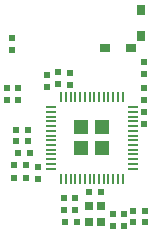
<source format=gbr>
G04 EAGLE Gerber RS-274X export*
G75*
%MOMM*%
%FSLAX34Y34*%
%LPD*%
%INSolderpaste Bottom*%
%IPPOS*%
%AMOC8*
5,1,8,0,0,1.08239X$1,22.5*%
G01*
%ADD10R,0.600000X0.600000*%
%ADD11R,0.900000X0.800000*%
%ADD12R,0.809800X0.220000*%
%ADD13R,0.220000X0.809800*%
%ADD14R,1.270000X1.270000*%
%ADD15R,0.700000X0.750000*%
%ADD16R,0.800000X0.900000*%


D10*
X48895Y98552D03*
X38735Y98552D03*
D11*
X135668Y167767D03*
X114268Y167767D03*
D12*
X68419Y65948D03*
X68419Y69948D03*
X68419Y73948D03*
X68419Y77948D03*
X68419Y81948D03*
X68419Y85948D03*
X68419Y89948D03*
X68419Y93948D03*
X68419Y97948D03*
X68419Y101948D03*
X68419Y105948D03*
X68419Y109948D03*
X68419Y113948D03*
X68419Y117948D03*
D13*
X76870Y126399D03*
X80870Y126399D03*
X84870Y126399D03*
X88870Y126399D03*
X92870Y126399D03*
X96870Y126399D03*
X100870Y126399D03*
X104870Y126399D03*
X108870Y126399D03*
X112870Y126399D03*
X116870Y126399D03*
X120870Y126399D03*
X124870Y126399D03*
X128870Y126399D03*
D12*
X137321Y117948D03*
X137321Y113948D03*
X137321Y109948D03*
X137321Y105948D03*
X137321Y101948D03*
X137321Y97948D03*
X137321Y93948D03*
X137321Y89948D03*
X137321Y85948D03*
X137321Y81948D03*
X137321Y77948D03*
X137321Y73948D03*
X137321Y69948D03*
X137321Y65948D03*
D13*
X128870Y57497D03*
X124870Y57497D03*
X120870Y57497D03*
X116870Y57497D03*
X112870Y57497D03*
X108870Y57497D03*
X104870Y57497D03*
X100870Y57497D03*
X96870Y57497D03*
X92870Y57497D03*
X88870Y57497D03*
X84870Y57497D03*
X80870Y57497D03*
X76870Y57497D03*
D14*
X93980Y83058D03*
X111760Y83058D03*
X111760Y100838D03*
X93980Y100838D03*
D10*
X39878Y79248D03*
X50038Y79248D03*
X48641Y89154D03*
X38481Y89154D03*
X74549Y137414D03*
X74549Y147574D03*
X46736Y69088D03*
X36576Y69088D03*
X46863Y57785D03*
X36703Y57785D03*
X56896Y57531D03*
X56896Y67691D03*
X84328Y137160D03*
X84328Y147320D03*
X146558Y146050D03*
X146558Y156210D03*
X35052Y176530D03*
X35052Y166370D03*
X146812Y114300D03*
X146812Y104140D03*
X146558Y123825D03*
X146558Y133985D03*
X129667Y27940D03*
X129667Y17780D03*
X88392Y41275D03*
X88392Y31115D03*
X79502Y41275D03*
X79502Y31115D03*
D15*
X110410Y34436D03*
X110410Y20936D03*
X100410Y20936D03*
X100410Y34436D03*
D10*
X89916Y20828D03*
X79756Y20828D03*
X120777Y27686D03*
X120777Y17526D03*
X110744Y45847D03*
X100584Y45847D03*
X147955Y20955D03*
X137795Y20955D03*
X40005Y133985D03*
X40005Y123825D03*
X31115Y123825D03*
X31115Y133985D03*
X137795Y29845D03*
X147955Y29845D03*
X64770Y135255D03*
X64770Y145415D03*
D16*
X144145Y199930D03*
X144145Y178530D03*
M02*

</source>
